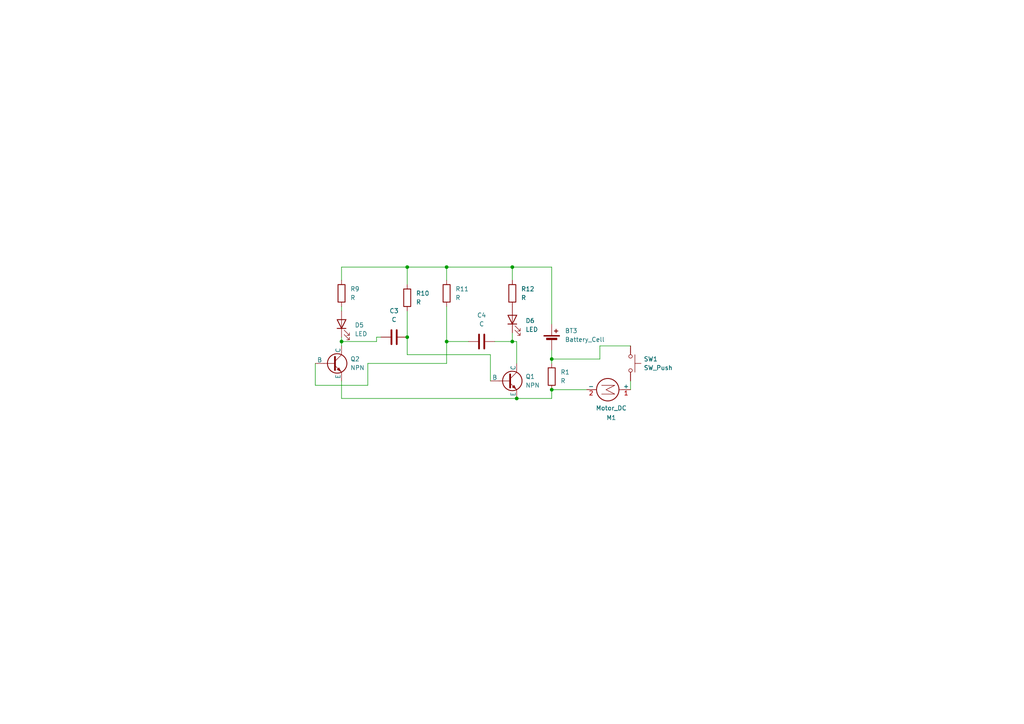
<source format=kicad_sch>
(kicad_sch
	(version 20250114)
	(generator "eeschema")
	(generator_version "9.0")
	(uuid "b8e23f2c-7499-4246-989c-0640b6c6dee9")
	(paper "A4")
	(lib_symbols
		(symbol "Device:Battery_Cell"
			(pin_numbers
				(hide yes)
			)
			(pin_names
				(offset 0)
				(hide yes)
			)
			(exclude_from_sim no)
			(in_bom yes)
			(on_board yes)
			(property "Reference" "BT"
				(at 2.54 2.54 0)
				(effects
					(font
						(size 1.27 1.27)
					)
					(justify left)
				)
			)
			(property "Value" "Battery_Cell"
				(at 2.54 0 0)
				(effects
					(font
						(size 1.27 1.27)
					)
					(justify left)
				)
			)
			(property "Footprint" ""
				(at 0 1.524 90)
				(effects
					(font
						(size 1.27 1.27)
					)
					(hide yes)
				)
			)
			(property "Datasheet" "~"
				(at 0 1.524 90)
				(effects
					(font
						(size 1.27 1.27)
					)
					(hide yes)
				)
			)
			(property "Description" "Single-cell battery"
				(at 0 0 0)
				(effects
					(font
						(size 1.27 1.27)
					)
					(hide yes)
				)
			)
			(property "ki_keywords" "battery cell"
				(at 0 0 0)
				(effects
					(font
						(size 1.27 1.27)
					)
					(hide yes)
				)
			)
			(symbol "Battery_Cell_0_1"
				(rectangle
					(start -2.286 1.778)
					(end 2.286 1.524)
					(stroke
						(width 0)
						(type default)
					)
					(fill
						(type outline)
					)
				)
				(rectangle
					(start -1.524 1.016)
					(end 1.524 0.508)
					(stroke
						(width 0)
						(type default)
					)
					(fill
						(type outline)
					)
				)
				(polyline
					(pts
						(xy 0 1.778) (xy 0 2.54)
					)
					(stroke
						(width 0)
						(type default)
					)
					(fill
						(type none)
					)
				)
				(polyline
					(pts
						(xy 0 0.762) (xy 0 0)
					)
					(stroke
						(width 0)
						(type default)
					)
					(fill
						(type none)
					)
				)
				(polyline
					(pts
						(xy 0.762 3.048) (xy 1.778 3.048)
					)
					(stroke
						(width 0.254)
						(type default)
					)
					(fill
						(type none)
					)
				)
				(polyline
					(pts
						(xy 1.27 3.556) (xy 1.27 2.54)
					)
					(stroke
						(width 0.254)
						(type default)
					)
					(fill
						(type none)
					)
				)
			)
			(symbol "Battery_Cell_1_1"
				(pin passive line
					(at 0 5.08 270)
					(length 2.54)
					(name "+"
						(effects
							(font
								(size 1.27 1.27)
							)
						)
					)
					(number "1"
						(effects
							(font
								(size 1.27 1.27)
							)
						)
					)
				)
				(pin passive line
					(at 0 -2.54 90)
					(length 2.54)
					(name "-"
						(effects
							(font
								(size 1.27 1.27)
							)
						)
					)
					(number "2"
						(effects
							(font
								(size 1.27 1.27)
							)
						)
					)
				)
			)
			(embedded_fonts no)
		)
		(symbol "Device:C"
			(pin_numbers
				(hide yes)
			)
			(pin_names
				(offset 0.254)
			)
			(exclude_from_sim no)
			(in_bom yes)
			(on_board yes)
			(property "Reference" "C"
				(at 0.635 2.54 0)
				(effects
					(font
						(size 1.27 1.27)
					)
					(justify left)
				)
			)
			(property "Value" "C"
				(at 0.635 -2.54 0)
				(effects
					(font
						(size 1.27 1.27)
					)
					(justify left)
				)
			)
			(property "Footprint" ""
				(at 0.9652 -3.81 0)
				(effects
					(font
						(size 1.27 1.27)
					)
					(hide yes)
				)
			)
			(property "Datasheet" "~"
				(at 0 0 0)
				(effects
					(font
						(size 1.27 1.27)
					)
					(hide yes)
				)
			)
			(property "Description" "Unpolarized capacitor"
				(at 0 0 0)
				(effects
					(font
						(size 1.27 1.27)
					)
					(hide yes)
				)
			)
			(property "ki_keywords" "cap capacitor"
				(at 0 0 0)
				(effects
					(font
						(size 1.27 1.27)
					)
					(hide yes)
				)
			)
			(property "ki_fp_filters" "C_*"
				(at 0 0 0)
				(effects
					(font
						(size 1.27 1.27)
					)
					(hide yes)
				)
			)
			(symbol "C_0_1"
				(polyline
					(pts
						(xy -2.032 0.762) (xy 2.032 0.762)
					)
					(stroke
						(width 0.508)
						(type default)
					)
					(fill
						(type none)
					)
				)
				(polyline
					(pts
						(xy -2.032 -0.762) (xy 2.032 -0.762)
					)
					(stroke
						(width 0.508)
						(type default)
					)
					(fill
						(type none)
					)
				)
			)
			(symbol "C_1_1"
				(pin passive line
					(at 0 3.81 270)
					(length 2.794)
					(name "~"
						(effects
							(font
								(size 1.27 1.27)
							)
						)
					)
					(number "1"
						(effects
							(font
								(size 1.27 1.27)
							)
						)
					)
				)
				(pin passive line
					(at 0 -3.81 90)
					(length 2.794)
					(name "~"
						(effects
							(font
								(size 1.27 1.27)
							)
						)
					)
					(number "2"
						(effects
							(font
								(size 1.27 1.27)
							)
						)
					)
				)
			)
			(embedded_fonts no)
		)
		(symbol "Device:LED"
			(pin_numbers
				(hide yes)
			)
			(pin_names
				(offset 1.016)
				(hide yes)
			)
			(exclude_from_sim no)
			(in_bom yes)
			(on_board yes)
			(property "Reference" "D"
				(at 0 2.54 0)
				(effects
					(font
						(size 1.27 1.27)
					)
				)
			)
			(property "Value" "LED"
				(at 0 -2.54 0)
				(effects
					(font
						(size 1.27 1.27)
					)
				)
			)
			(property "Footprint" ""
				(at 0 0 0)
				(effects
					(font
						(size 1.27 1.27)
					)
					(hide yes)
				)
			)
			(property "Datasheet" "~"
				(at 0 0 0)
				(effects
					(font
						(size 1.27 1.27)
					)
					(hide yes)
				)
			)
			(property "Description" "Light emitting diode"
				(at 0 0 0)
				(effects
					(font
						(size 1.27 1.27)
					)
					(hide yes)
				)
			)
			(property "Sim.Pins" "1=K 2=A"
				(at 0 0 0)
				(effects
					(font
						(size 1.27 1.27)
					)
					(hide yes)
				)
			)
			(property "ki_keywords" "LED diode"
				(at 0 0 0)
				(effects
					(font
						(size 1.27 1.27)
					)
					(hide yes)
				)
			)
			(property "ki_fp_filters" "LED* LED_SMD:* LED_THT:*"
				(at 0 0 0)
				(effects
					(font
						(size 1.27 1.27)
					)
					(hide yes)
				)
			)
			(symbol "LED_0_1"
				(polyline
					(pts
						(xy -3.048 -0.762) (xy -4.572 -2.286) (xy -3.81 -2.286) (xy -4.572 -2.286) (xy -4.572 -1.524)
					)
					(stroke
						(width 0)
						(type default)
					)
					(fill
						(type none)
					)
				)
				(polyline
					(pts
						(xy -1.778 -0.762) (xy -3.302 -2.286) (xy -2.54 -2.286) (xy -3.302 -2.286) (xy -3.302 -1.524)
					)
					(stroke
						(width 0)
						(type default)
					)
					(fill
						(type none)
					)
				)
				(polyline
					(pts
						(xy -1.27 0) (xy 1.27 0)
					)
					(stroke
						(width 0)
						(type default)
					)
					(fill
						(type none)
					)
				)
				(polyline
					(pts
						(xy -1.27 -1.27) (xy -1.27 1.27)
					)
					(stroke
						(width 0.254)
						(type default)
					)
					(fill
						(type none)
					)
				)
				(polyline
					(pts
						(xy 1.27 -1.27) (xy 1.27 1.27) (xy -1.27 0) (xy 1.27 -1.27)
					)
					(stroke
						(width 0.254)
						(type default)
					)
					(fill
						(type none)
					)
				)
			)
			(symbol "LED_1_1"
				(pin passive line
					(at -3.81 0 0)
					(length 2.54)
					(name "K"
						(effects
							(font
								(size 1.27 1.27)
							)
						)
					)
					(number "1"
						(effects
							(font
								(size 1.27 1.27)
							)
						)
					)
				)
				(pin passive line
					(at 3.81 0 180)
					(length 2.54)
					(name "A"
						(effects
							(font
								(size 1.27 1.27)
							)
						)
					)
					(number "2"
						(effects
							(font
								(size 1.27 1.27)
							)
						)
					)
				)
			)
			(embedded_fonts no)
		)
		(symbol "Device:R"
			(pin_numbers
				(hide yes)
			)
			(pin_names
				(offset 0)
			)
			(exclude_from_sim no)
			(in_bom yes)
			(on_board yes)
			(property "Reference" "R"
				(at 2.032 0 90)
				(effects
					(font
						(size 1.27 1.27)
					)
				)
			)
			(property "Value" "R"
				(at 0 0 90)
				(effects
					(font
						(size 1.27 1.27)
					)
				)
			)
			(property "Footprint" ""
				(at -1.778 0 90)
				(effects
					(font
						(size 1.27 1.27)
					)
					(hide yes)
				)
			)
			(property "Datasheet" "~"
				(at 0 0 0)
				(effects
					(font
						(size 1.27 1.27)
					)
					(hide yes)
				)
			)
			(property "Description" "Resistor"
				(at 0 0 0)
				(effects
					(font
						(size 1.27 1.27)
					)
					(hide yes)
				)
			)
			(property "ki_keywords" "R res resistor"
				(at 0 0 0)
				(effects
					(font
						(size 1.27 1.27)
					)
					(hide yes)
				)
			)
			(property "ki_fp_filters" "R_*"
				(at 0 0 0)
				(effects
					(font
						(size 1.27 1.27)
					)
					(hide yes)
				)
			)
			(symbol "R_0_1"
				(rectangle
					(start -1.016 -2.54)
					(end 1.016 2.54)
					(stroke
						(width 0.254)
						(type default)
					)
					(fill
						(type none)
					)
				)
			)
			(symbol "R_1_1"
				(pin passive line
					(at 0 3.81 270)
					(length 1.27)
					(name "~"
						(effects
							(font
								(size 1.27 1.27)
							)
						)
					)
					(number "1"
						(effects
							(font
								(size 1.27 1.27)
							)
						)
					)
				)
				(pin passive line
					(at 0 -3.81 90)
					(length 1.27)
					(name "~"
						(effects
							(font
								(size 1.27 1.27)
							)
						)
					)
					(number "2"
						(effects
							(font
								(size 1.27 1.27)
							)
						)
					)
				)
			)
			(embedded_fonts no)
		)
		(symbol "Motor:Motor_DC"
			(pin_names
				(offset 0)
			)
			(exclude_from_sim no)
			(in_bom yes)
			(on_board yes)
			(property "Reference" "M"
				(at 2.54 2.54 0)
				(effects
					(font
						(size 1.27 1.27)
					)
					(justify left)
				)
			)
			(property "Value" "Motor_DC"
				(at 2.54 -5.08 0)
				(effects
					(font
						(size 1.27 1.27)
					)
					(justify left top)
				)
			)
			(property "Footprint" ""
				(at 0 -2.286 0)
				(effects
					(font
						(size 1.27 1.27)
					)
					(hide yes)
				)
			)
			(property "Datasheet" "~"
				(at 0 -2.286 0)
				(effects
					(font
						(size 1.27 1.27)
					)
					(hide yes)
				)
			)
			(property "Description" "DC Motor"
				(at 0 0 0)
				(effects
					(font
						(size 1.27 1.27)
					)
					(hide yes)
				)
			)
			(property "ki_keywords" "DC Motor"
				(at 0 0 0)
				(effects
					(font
						(size 1.27 1.27)
					)
					(hide yes)
				)
			)
			(property "ki_fp_filters" "PinHeader*P2.54mm* TerminalBlock*"
				(at 0 0 0)
				(effects
					(font
						(size 1.27 1.27)
					)
					(hide yes)
				)
			)
			(symbol "Motor_DC_0_0"
				(polyline
					(pts
						(xy -1.27 -3.302) (xy -1.27 0.508) (xy 0 -2.032) (xy 1.27 0.508) (xy 1.27 -3.302)
					)
					(stroke
						(width 0)
						(type default)
					)
					(fill
						(type none)
					)
				)
			)
			(symbol "Motor_DC_0_1"
				(polyline
					(pts
						(xy 0 2.032) (xy 0 2.54)
					)
					(stroke
						(width 0)
						(type default)
					)
					(fill
						(type none)
					)
				)
				(polyline
					(pts
						(xy 0 1.7272) (xy 0 2.0828)
					)
					(stroke
						(width 0)
						(type default)
					)
					(fill
						(type none)
					)
				)
				(circle
					(center 0 -1.524)
					(radius 3.2512)
					(stroke
						(width 0.254)
						(type default)
					)
					(fill
						(type none)
					)
				)
				(polyline
					(pts
						(xy 0 -4.7752) (xy 0 -5.1816)
					)
					(stroke
						(width 0)
						(type default)
					)
					(fill
						(type none)
					)
				)
				(polyline
					(pts
						(xy 0 -7.62) (xy 0 -7.112)
					)
					(stroke
						(width 0)
						(type default)
					)
					(fill
						(type none)
					)
				)
			)
			(symbol "Motor_DC_1_1"
				(pin passive line
					(at 0 5.08 270)
					(length 2.54)
					(name "+"
						(effects
							(font
								(size 1.27 1.27)
							)
						)
					)
					(number "1"
						(effects
							(font
								(size 1.27 1.27)
							)
						)
					)
				)
				(pin passive line
					(at 0 -7.62 90)
					(length 2.54)
					(name "-"
						(effects
							(font
								(size 1.27 1.27)
							)
						)
					)
					(number "2"
						(effects
							(font
								(size 1.27 1.27)
							)
						)
					)
				)
			)
			(embedded_fonts no)
		)
		(symbol "Simulation_SPICE:NPN"
			(pin_numbers
				(hide yes)
			)
			(pin_names
				(offset 0)
			)
			(exclude_from_sim no)
			(in_bom yes)
			(on_board yes)
			(property "Reference" "Q"
				(at -2.54 7.62 0)
				(effects
					(font
						(size 1.27 1.27)
					)
				)
			)
			(property "Value" "NPN"
				(at -2.54 5.08 0)
				(effects
					(font
						(size 1.27 1.27)
					)
				)
			)
			(property "Footprint" ""
				(at 63.5 0 0)
				(effects
					(font
						(size 1.27 1.27)
					)
					(hide yes)
				)
			)
			(property "Datasheet" "https://ngspice.sourceforge.io/docs/ngspice-html-manual/manual.xhtml#cha_BJTs"
				(at 63.5 0 0)
				(effects
					(font
						(size 1.27 1.27)
					)
					(hide yes)
				)
			)
			(property "Description" "Bipolar transistor symbol for simulation only, substrate tied to the emitter"
				(at 0 0 0)
				(effects
					(font
						(size 1.27 1.27)
					)
					(hide yes)
				)
			)
			(property "Sim.Device" "NPN"
				(at 0 0 0)
				(effects
					(font
						(size 1.27 1.27)
					)
					(hide yes)
				)
			)
			(property "Sim.Type" "GUMMELPOON"
				(at 0 0 0)
				(effects
					(font
						(size 1.27 1.27)
					)
					(hide yes)
				)
			)
			(property "Sim.Pins" "1=C 2=B 3=E"
				(at 0 0 0)
				(effects
					(font
						(size 1.27 1.27)
					)
					(hide yes)
				)
			)
			(property "ki_keywords" "simulation"
				(at 0 0 0)
				(effects
					(font
						(size 1.27 1.27)
					)
					(hide yes)
				)
			)
			(symbol "NPN_0_1"
				(polyline
					(pts
						(xy -2.54 0) (xy 0.635 0)
					)
					(stroke
						(width 0.1524)
						(type default)
					)
					(fill
						(type none)
					)
				)
				(polyline
					(pts
						(xy 0.635 1.905) (xy 0.635 -1.905) (xy 0.635 -1.905)
					)
					(stroke
						(width 0.508)
						(type default)
					)
					(fill
						(type none)
					)
				)
				(polyline
					(pts
						(xy 0.635 0.635) (xy 2.54 2.54)
					)
					(stroke
						(width 0)
						(type default)
					)
					(fill
						(type none)
					)
				)
				(polyline
					(pts
						(xy 0.635 -0.635) (xy 2.54 -2.54) (xy 2.54 -2.54)
					)
					(stroke
						(width 0)
						(type default)
					)
					(fill
						(type none)
					)
				)
				(circle
					(center 1.27 0)
					(radius 2.8194)
					(stroke
						(width 0.254)
						(type default)
					)
					(fill
						(type none)
					)
				)
				(polyline
					(pts
						(xy 1.27 -1.778) (xy 1.778 -1.27) (xy 2.286 -2.286) (xy 1.27 -1.778) (xy 1.27 -1.778)
					)
					(stroke
						(width 0)
						(type default)
					)
					(fill
						(type outline)
					)
				)
				(polyline
					(pts
						(xy 2.794 -1.27) (xy 2.794 -1.27)
					)
					(stroke
						(width 0.1524)
						(type default)
					)
					(fill
						(type none)
					)
				)
				(polyline
					(pts
						(xy 2.794 -1.27) (xy 2.794 -1.27)
					)
					(stroke
						(width 0.1524)
						(type default)
					)
					(fill
						(type none)
					)
				)
			)
			(symbol "NPN_1_1"
				(pin input line
					(at -5.08 0 0)
					(length 2.54)
					(name "B"
						(effects
							(font
								(size 1.27 1.27)
							)
						)
					)
					(number "2"
						(effects
							(font
								(size 1.27 1.27)
							)
						)
					)
				)
				(pin open_collector line
					(at 2.54 5.08 270)
					(length 2.54)
					(name "C"
						(effects
							(font
								(size 1.27 1.27)
							)
						)
					)
					(number "1"
						(effects
							(font
								(size 1.27 1.27)
							)
						)
					)
				)
				(pin open_emitter line
					(at 2.54 -5.08 90)
					(length 2.54)
					(name "E"
						(effects
							(font
								(size 1.27 1.27)
							)
						)
					)
					(number "3"
						(effects
							(font
								(size 1.27 1.27)
							)
						)
					)
				)
			)
			(embedded_fonts no)
		)
		(symbol "Switch:SW_Push"
			(pin_numbers
				(hide yes)
			)
			(pin_names
				(offset 1.016)
				(hide yes)
			)
			(exclude_from_sim no)
			(in_bom yes)
			(on_board yes)
			(property "Reference" "SW"
				(at 1.27 2.54 0)
				(effects
					(font
						(size 1.27 1.27)
					)
					(justify left)
				)
			)
			(property "Value" "SW_Push"
				(at 0 -1.524 0)
				(effects
					(font
						(size 1.27 1.27)
					)
				)
			)
			(property "Footprint" ""
				(at 0 5.08 0)
				(effects
					(font
						(size 1.27 1.27)
					)
					(hide yes)
				)
			)
			(property "Datasheet" "~"
				(at 0 5.08 0)
				(effects
					(font
						(size 1.27 1.27)
					)
					(hide yes)
				)
			)
			(property "Description" "Push button switch, generic, two pins"
				(at 0 0 0)
				(effects
					(font
						(size 1.27 1.27)
					)
					(hide yes)
				)
			)
			(property "ki_keywords" "switch normally-open pushbutton push-button"
				(at 0 0 0)
				(effects
					(font
						(size 1.27 1.27)
					)
					(hide yes)
				)
			)
			(symbol "SW_Push_0_1"
				(circle
					(center -2.032 0)
					(radius 0.508)
					(stroke
						(width 0)
						(type default)
					)
					(fill
						(type none)
					)
				)
				(polyline
					(pts
						(xy 0 1.27) (xy 0 3.048)
					)
					(stroke
						(width 0)
						(type default)
					)
					(fill
						(type none)
					)
				)
				(circle
					(center 2.032 0)
					(radius 0.508)
					(stroke
						(width 0)
						(type default)
					)
					(fill
						(type none)
					)
				)
				(polyline
					(pts
						(xy 2.54 1.27) (xy -2.54 1.27)
					)
					(stroke
						(width 0)
						(type default)
					)
					(fill
						(type none)
					)
				)
				(pin passive line
					(at -5.08 0 0)
					(length 2.54)
					(name "1"
						(effects
							(font
								(size 1.27 1.27)
							)
						)
					)
					(number "1"
						(effects
							(font
								(size 1.27 1.27)
							)
						)
					)
				)
				(pin passive line
					(at 5.08 0 180)
					(length 2.54)
					(name "2"
						(effects
							(font
								(size 1.27 1.27)
							)
						)
					)
					(number "2"
						(effects
							(font
								(size 1.27 1.27)
							)
						)
					)
				)
			)
			(embedded_fonts no)
		)
	)
	(junction
		(at 118.11 77.47)
		(diameter 0)
		(color 0 0 0 0)
		(uuid "02c2aa1a-99fa-406f-a235-c9531435b583")
	)
	(junction
		(at 129.54 77.47)
		(diameter 0)
		(color 0 0 0 0)
		(uuid "0aea4eab-298e-44b0-9452-b2da3aa82559")
	)
	(junction
		(at 149.86 115.57)
		(diameter 0)
		(color 0 0 0 0)
		(uuid "328d94c7-c77e-487b-95dd-b0bcaafdb463")
	)
	(junction
		(at 129.54 99.06)
		(diameter 0)
		(color 0 0 0 0)
		(uuid "346c20e5-ce8f-4855-9354-f135cdfba8a0")
	)
	(junction
		(at 160.02 104.14)
		(diameter 0)
		(color 0 0 0 0)
		(uuid "4a0977a9-dbe4-4767-9725-8aec0129fa41")
	)
	(junction
		(at 148.59 77.47)
		(diameter 0)
		(color 0 0 0 0)
		(uuid "7cdcba1d-f4f4-4e91-9241-de3a2b3330e1")
	)
	(junction
		(at 160.02 113.03)
		(diameter 0)
		(color 0 0 0 0)
		(uuid "a7396c21-f393-426e-a1ca-b04424d6a4da")
	)
	(junction
		(at 118.11 97.79)
		(diameter 0)
		(color 0 0 0 0)
		(uuid "b17ca307-9c33-4517-99c2-70431119eaab")
	)
	(junction
		(at 148.59 99.06)
		(diameter 0)
		(color 0 0 0 0)
		(uuid "d7be0072-51e2-4379-a8f0-c710d16fa711")
	)
	(junction
		(at 99.06 99.06)
		(diameter 0)
		(color 0 0 0 0)
		(uuid "e3cf63f7-6c86-41cc-8a7d-911588753bf3")
	)
	(wire
		(pts
			(xy 173.99 100.33) (xy 173.99 104.14)
		)
		(stroke
			(width 0)
			(type default)
		)
		(uuid "01484d4c-023c-4fc3-a5e8-4d18802feacc")
	)
	(wire
		(pts
			(xy 99.06 115.57) (xy 149.86 115.57)
		)
		(stroke
			(width 0)
			(type default)
		)
		(uuid "022b002f-b2d8-42fe-9df0-be671b3b36e1")
	)
	(wire
		(pts
			(xy 142.24 102.87) (xy 142.24 110.49)
		)
		(stroke
			(width 0)
			(type default)
		)
		(uuid "0b1c8568-6e2b-4ca8-b76f-4e42ee271b6c")
	)
	(wire
		(pts
			(xy 160.02 104.14) (xy 160.02 105.41)
		)
		(stroke
			(width 0)
			(type default)
		)
		(uuid "1dbdc6e1-6c56-45e2-930d-10c06bf4e083")
	)
	(wire
		(pts
			(xy 118.11 97.79) (xy 118.11 102.87)
		)
		(stroke
			(width 0)
			(type default)
		)
		(uuid "21e23e04-8b05-405e-9572-b70a99590b8a")
	)
	(wire
		(pts
			(xy 149.86 115.57) (xy 160.02 115.57)
		)
		(stroke
			(width 0)
			(type default)
		)
		(uuid "270917c4-d18e-47dd-8197-8183227160eb")
	)
	(wire
		(pts
			(xy 99.06 88.9) (xy 99.06 90.17)
		)
		(stroke
			(width 0)
			(type default)
		)
		(uuid "3eb5b162-c49f-45a0-9655-1d557f5f5423")
	)
	(wire
		(pts
			(xy 182.88 113.03) (xy 182.88 110.49)
		)
		(stroke
			(width 0)
			(type default)
		)
		(uuid "5a0c4875-6b55-46a9-ba1e-81bbe01ea0b8")
	)
	(wire
		(pts
			(xy 106.68 105.41) (xy 106.68 111.76)
		)
		(stroke
			(width 0)
			(type default)
		)
		(uuid "5a50fac3-98a6-446a-8073-75e377b1924b")
	)
	(wire
		(pts
			(xy 129.54 81.28) (xy 129.54 77.47)
		)
		(stroke
			(width 0)
			(type default)
		)
		(uuid "5bae6689-7e33-47d4-bb9e-13c7c64b9dd1")
	)
	(wire
		(pts
			(xy 99.06 99.06) (xy 99.06 100.33)
		)
		(stroke
			(width 0)
			(type default)
		)
		(uuid "66578ca6-3daf-4687-8d69-67e44fb0f282")
	)
	(wire
		(pts
			(xy 160.02 93.98) (xy 160.02 77.47)
		)
		(stroke
			(width 0)
			(type default)
		)
		(uuid "667fc4c8-a53e-46bf-874e-270dcb8edef8")
	)
	(wire
		(pts
			(xy 99.06 77.47) (xy 99.06 81.28)
		)
		(stroke
			(width 0)
			(type default)
		)
		(uuid "6a7a6ecd-8752-4db1-a683-b317a0ce4b54")
	)
	(wire
		(pts
			(xy 99.06 99.06) (xy 109.22 99.06)
		)
		(stroke
			(width 0)
			(type default)
		)
		(uuid "6e526a6e-0654-46dc-ab3d-27d59b48b454")
	)
	(wire
		(pts
			(xy 129.54 99.06) (xy 129.54 105.41)
		)
		(stroke
			(width 0)
			(type default)
		)
		(uuid "6f2a2d4c-c79c-43ab-8bac-6dded59bddb5")
	)
	(wire
		(pts
			(xy 118.11 102.87) (xy 142.24 102.87)
		)
		(stroke
			(width 0)
			(type default)
		)
		(uuid "702175ec-5f6f-4f16-9e00-ef94364504c8")
	)
	(wire
		(pts
			(xy 160.02 113.03) (xy 170.18 113.03)
		)
		(stroke
			(width 0)
			(type default)
		)
		(uuid "7bb9dd34-a07a-4e26-a04f-b4feeae26265")
	)
	(wire
		(pts
			(xy 109.22 97.79) (xy 109.22 99.06)
		)
		(stroke
			(width 0)
			(type default)
		)
		(uuid "80bb19f6-f75c-489b-a9d6-7c1235451799")
	)
	(wire
		(pts
			(xy 160.02 104.14) (xy 173.99 104.14)
		)
		(stroke
			(width 0)
			(type default)
		)
		(uuid "850b7c39-c0ca-4b9b-8315-17df4db42dc7")
	)
	(wire
		(pts
			(xy 91.44 111.76) (xy 91.44 105.41)
		)
		(stroke
			(width 0)
			(type default)
		)
		(uuid "94d539c3-ad48-449f-9bb0-83f691a3d27a")
	)
	(wire
		(pts
			(xy 149.86 99.06) (xy 148.59 99.06)
		)
		(stroke
			(width 0)
			(type default)
		)
		(uuid "98b1b5b9-b5a9-41b5-ae4c-499c1f08dd45")
	)
	(wire
		(pts
			(xy 149.86 99.06) (xy 149.86 105.41)
		)
		(stroke
			(width 0)
			(type default)
		)
		(uuid "9a8aab5b-78df-4c94-ab78-5198853deafb")
	)
	(wire
		(pts
			(xy 118.11 90.17) (xy 118.11 97.79)
		)
		(stroke
			(width 0)
			(type default)
		)
		(uuid "9b791d12-e666-42da-b18e-cf0af8fd327d")
	)
	(wire
		(pts
			(xy 160.02 104.14) (xy 160.02 101.6)
		)
		(stroke
			(width 0)
			(type default)
		)
		(uuid "9e103a01-3850-4402-b54a-c425698b05cb")
	)
	(wire
		(pts
			(xy 118.11 77.47) (xy 99.06 77.47)
		)
		(stroke
			(width 0)
			(type default)
		)
		(uuid "a33f4414-b632-41a5-9497-d68faa2c901f")
	)
	(wire
		(pts
			(xy 106.68 111.76) (xy 91.44 111.76)
		)
		(stroke
			(width 0)
			(type default)
		)
		(uuid "a3a16b19-a12e-4896-a5cc-80b4de9f515e")
	)
	(wire
		(pts
			(xy 118.11 77.47) (xy 118.11 82.55)
		)
		(stroke
			(width 0)
			(type default)
		)
		(uuid "b687cd53-4aa2-4028-9ed4-130d49bc4ff8")
	)
	(wire
		(pts
			(xy 148.59 77.47) (xy 129.54 77.47)
		)
		(stroke
			(width 0)
			(type default)
		)
		(uuid "b9b07b6a-8573-47f4-a392-ea39821ce08c")
	)
	(wire
		(pts
			(xy 148.59 96.52) (xy 148.59 99.06)
		)
		(stroke
			(width 0)
			(type default)
		)
		(uuid "bc060c84-133a-48f7-902c-988ad30afcca")
	)
	(wire
		(pts
			(xy 129.54 88.9) (xy 129.54 99.06)
		)
		(stroke
			(width 0)
			(type default)
		)
		(uuid "be6438df-6e19-4d50-b962-5ed67d6ed2cb")
	)
	(wire
		(pts
			(xy 160.02 77.47) (xy 148.59 77.47)
		)
		(stroke
			(width 0)
			(type default)
		)
		(uuid "c1944ecc-aad4-4d28-a0f5-64aab7bbef54")
	)
	(wire
		(pts
			(xy 109.22 97.79) (xy 110.49 97.79)
		)
		(stroke
			(width 0)
			(type default)
		)
		(uuid "c68354d0-1768-45ff-b729-494dbf3aa860")
	)
	(wire
		(pts
			(xy 143.51 99.06) (xy 148.59 99.06)
		)
		(stroke
			(width 0)
			(type default)
		)
		(uuid "c94b9f89-e76d-44a9-9c02-2b7e31bb00c8")
	)
	(wire
		(pts
			(xy 129.54 77.47) (xy 118.11 77.47)
		)
		(stroke
			(width 0)
			(type default)
		)
		(uuid "cddbf56e-5e79-400c-ad5d-174e21a83fcd")
	)
	(wire
		(pts
			(xy 99.06 110.49) (xy 99.06 115.57)
		)
		(stroke
			(width 0)
			(type default)
		)
		(uuid "d7fd1941-b854-45f1-850f-bf16adb73a5d")
	)
	(wire
		(pts
			(xy 106.68 105.41) (xy 129.54 105.41)
		)
		(stroke
			(width 0)
			(type default)
		)
		(uuid "e9c87ccd-cc53-4e0a-b75e-d879bd23a8e2")
	)
	(wire
		(pts
			(xy 148.59 77.47) (xy 148.59 81.28)
		)
		(stroke
			(width 0)
			(type default)
		)
		(uuid "ef31d9b9-39ce-43a5-a07d-ef7151d8373d")
	)
	(wire
		(pts
			(xy 129.54 99.06) (xy 135.89 99.06)
		)
		(stroke
			(width 0)
			(type default)
		)
		(uuid "f5ae1fe0-01fa-43da-a3e5-fdd0cbf8c1f7")
	)
	(wire
		(pts
			(xy 182.88 100.33) (xy 173.99 100.33)
		)
		(stroke
			(width 0)
			(type default)
		)
		(uuid "f5df0265-066d-48af-8875-5e4f10ab06f0")
	)
	(wire
		(pts
			(xy 160.02 115.57) (xy 160.02 113.03)
		)
		(stroke
			(width 0)
			(type default)
		)
		(uuid "fb731f1e-bc1a-40bc-b405-605e4ebf3615")
	)
	(wire
		(pts
			(xy 99.06 97.79) (xy 99.06 99.06)
		)
		(stroke
			(width 0)
			(type default)
		)
		(uuid "fd0b3f5f-a184-4b61-84fe-c2458a8acdee")
	)
	(symbol
		(lib_id "Device:R")
		(at 129.54 85.09 0)
		(unit 1)
		(exclude_from_sim no)
		(in_bom yes)
		(on_board yes)
		(dnp no)
		(fields_autoplaced yes)
		(uuid "0b3e4184-213b-4e83-a193-3c6b2938c30a")
		(property "Reference" "R11"
			(at 132.08 83.8199 0)
			(effects
				(font
					(size 1.27 1.27)
				)
				(justify left)
			)
		)
		(property "Value" "R"
			(at 132.08 86.3599 0)
			(effects
				(font
					(size 1.27 1.27)
				)
				(justify left)
			)
		)
		(property "Footprint" "Resistor_THT:R_Axial_DIN0207_L6.3mm_D2.5mm_P7.62mm_Horizontal"
			(at 127.762 85.09 90)
			(effects
				(font
					(size 1.27 1.27)
				)
				(hide yes)
			)
		)
		(property "Datasheet" "~"
			(at 129.54 85.09 0)
			(effects
				(font
					(size 1.27 1.27)
				)
				(hide yes)
			)
		)
		(property "Description" "Resistor"
			(at 129.54 85.09 0)
			(effects
				(font
					(size 1.27 1.27)
				)
				(hide yes)
			)
		)
		(pin "2"
			(uuid "172c3947-f295-44a5-bf42-aa37c73cb8b0")
		)
		(pin "1"
			(uuid "f45d8593-6c07-488e-bee7-a95d218b65cf")
		)
		(instances
			(project ""
				(path "/b8e23f2c-7499-4246-989c-0640b6c6dee9"
					(reference "R11")
					(unit 1)
				)
			)
		)
	)
	(symbol
		(lib_id "Motor:Motor_DC")
		(at 177.8 113.03 270)
		(unit 1)
		(exclude_from_sim no)
		(in_bom yes)
		(on_board yes)
		(dnp no)
		(uuid "12c9ab64-5f58-4712-adfa-fcb81842663c")
		(property "Reference" "M1"
			(at 177.292 121.158 90)
			(effects
				(font
					(size 1.27 1.27)
				)
			)
		)
		(property "Value" "Motor_DC"
			(at 177.292 118.364 90)
			(effects
				(font
					(size 1.27 1.27)
				)
			)
		)
		(property "Footprint" "Connector_PinHeader_2.54mm:PinHeader_1x02_P2.54mm_Vertical"
			(at 175.514 113.03 0)
			(effects
				(font
					(size 1.27 1.27)
				)
				(hide yes)
			)
		)
		(property "Datasheet" "~"
			(at 175.514 113.03 0)
			(effects
				(font
					(size 1.27 1.27)
				)
				(hide yes)
			)
		)
		(property "Description" "DC Motor"
			(at 177.8 113.03 0)
			(effects
				(font
					(size 1.27 1.27)
				)
				(hide yes)
			)
		)
		(pin "2"
			(uuid "e822c9b3-9058-4b93-961d-a38562eccdd0")
		)
		(pin "1"
			(uuid "a6ce21ac-ba47-472e-8137-2b74b6c48049")
		)
		(instances
			(project ""
				(path "/b8e23f2c-7499-4246-989c-0640b6c6dee9"
					(reference "M1")
					(unit 1)
				)
			)
		)
	)
	(symbol
		(lib_id "Device:R")
		(at 160.02 109.22 0)
		(unit 1)
		(exclude_from_sim no)
		(in_bom yes)
		(on_board yes)
		(dnp no)
		(fields_autoplaced yes)
		(uuid "18efdbb6-8c81-4ab6-9db2-41eaf2969876")
		(property "Reference" "R1"
			(at 162.56 107.9499 0)
			(effects
				(font
					(size 1.27 1.27)
				)
				(justify left)
			)
		)
		(property "Value" "R"
			(at 162.56 110.4899 0)
			(effects
				(font
					(size 1.27 1.27)
				)
				(justify left)
			)
		)
		(property "Footprint" "Resistor_THT:R_Axial_DIN0207_L6.3mm_D2.5mm_P7.62mm_Horizontal"
			(at 158.242 109.22 90)
			(effects
				(font
					(size 1.27 1.27)
				)
				(hide yes)
			)
		)
		(property "Datasheet" "~"
			(at 160.02 109.22 0)
			(effects
				(font
					(size 1.27 1.27)
				)
				(hide yes)
			)
		)
		(property "Description" "Resistor"
			(at 160.02 109.22 0)
			(effects
				(font
					(size 1.27 1.27)
				)
				(hide yes)
			)
		)
		(pin "1"
			(uuid "f30ce46a-6e5b-46e5-b478-b91b26435034")
		)
		(pin "2"
			(uuid "855bc9a6-64c5-4d68-971a-96afec3fce6b")
		)
		(instances
			(project ""
				(path "/b8e23f2c-7499-4246-989c-0640b6c6dee9"
					(reference "R1")
					(unit 1)
				)
			)
		)
	)
	(symbol
		(lib_id "Device:C")
		(at 139.7 99.06 90)
		(unit 1)
		(exclude_from_sim no)
		(in_bom yes)
		(on_board yes)
		(dnp no)
		(fields_autoplaced yes)
		(uuid "19a6a527-c7c1-4acd-bfca-1e08c71002fd")
		(property "Reference" "C4"
			(at 139.7 91.44 90)
			(effects
				(font
					(size 1.27 1.27)
				)
			)
		)
		(property "Value" "C"
			(at 139.7 93.98 90)
			(effects
				(font
					(size 1.27 1.27)
				)
			)
		)
		(property "Footprint" "Capacitor_THT:CP_Radial_D8.0mm_P5.00mm"
			(at 143.51 98.0948 0)
			(effects
				(font
					(size 1.27 1.27)
				)
				(hide yes)
			)
		)
		(property "Datasheet" "~"
			(at 139.7 99.06 0)
			(effects
				(font
					(size 1.27 1.27)
				)
				(hide yes)
			)
		)
		(property "Description" "Unpolarized capacitor"
			(at 139.7 99.06 0)
			(effects
				(font
					(size 1.27 1.27)
				)
				(hide yes)
			)
		)
		(pin "2"
			(uuid "a2c5ddab-00e3-458e-9025-6ee4bb3164c4")
		)
		(pin "1"
			(uuid "7f393fce-10f1-4be5-a375-751583c26a60")
		)
		(instances
			(project ""
				(path "/b8e23f2c-7499-4246-989c-0640b6c6dee9"
					(reference "C4")
					(unit 1)
				)
			)
		)
	)
	(symbol
		(lib_id "Device:Battery_Cell")
		(at 160.02 99.06 0)
		(unit 1)
		(exclude_from_sim no)
		(in_bom yes)
		(on_board yes)
		(dnp no)
		(fields_autoplaced yes)
		(uuid "321b0485-a8a8-4d3a-8b7c-1f81aa5e38c6")
		(property "Reference" "BT3"
			(at 163.83 95.9484 0)
			(effects
				(font
					(size 1.27 1.27)
				)
				(justify left)
			)
		)
		(property "Value" "Battery_Cell"
			(at 163.83 98.4884 0)
			(effects
				(font
					(size 1.27 1.27)
				)
				(justify left)
			)
		)
		(property "Footprint" "Battery:BatteryHolder_Keystone_3034_1x20mm"
			(at 160.02 97.536 90)
			(effects
				(font
					(size 1.27 1.27)
				)
				(hide yes)
			)
		)
		(property "Datasheet" "~"
			(at 160.02 97.536 90)
			(effects
				(font
					(size 1.27 1.27)
				)
				(hide yes)
			)
		)
		(property "Description" "Single-cell battery"
			(at 160.02 99.06 0)
			(effects
				(font
					(size 1.27 1.27)
				)
				(hide yes)
			)
		)
		(pin "2"
			(uuid "d1bad68f-9320-4e3a-933c-a4d8bc7307e7")
		)
		(pin "1"
			(uuid "a66f85e7-dd15-4b7c-bd4e-58ec593720c4")
		)
		(instances
			(project ""
				(path "/b8e23f2c-7499-4246-989c-0640b6c6dee9"
					(reference "BT3")
					(unit 1)
				)
			)
		)
	)
	(symbol
		(lib_id "Device:R")
		(at 148.59 85.09 0)
		(unit 1)
		(exclude_from_sim no)
		(in_bom yes)
		(on_board yes)
		(dnp no)
		(fields_autoplaced yes)
		(uuid "43cc1579-9b60-4f51-9072-af3e7fb01aa1")
		(property "Reference" "R12"
			(at 151.13 83.8199 0)
			(effects
				(font
					(size 1.27 1.27)
				)
				(justify left)
			)
		)
		(property "Value" "R"
			(at 151.13 86.3599 0)
			(effects
				(font
					(size 1.27 1.27)
				)
				(justify left)
			)
		)
		(property "Footprint" "Resistor_THT:R_Axial_DIN0207_L6.3mm_D2.5mm_P7.62mm_Horizontal"
			(at 146.812 85.09 90)
			(effects
				(font
					(size 1.27 1.27)
				)
				(hide yes)
			)
		)
		(property "Datasheet" "~"
			(at 148.59 85.09 0)
			(effects
				(font
					(size 1.27 1.27)
				)
				(hide yes)
			)
		)
		(property "Description" "Resistor"
			(at 148.59 85.09 0)
			(effects
				(font
					(size 1.27 1.27)
				)
				(hide yes)
			)
		)
		(pin "1"
			(uuid "861cf126-fee1-497b-818c-9423dd8628f8")
		)
		(pin "2"
			(uuid "850a29d1-600f-4637-92aa-c799c102c3db")
		)
		(instances
			(project ""
				(path "/b8e23f2c-7499-4246-989c-0640b6c6dee9"
					(reference "R12")
					(unit 1)
				)
			)
		)
	)
	(symbol
		(lib_id "Device:R")
		(at 99.06 85.09 0)
		(unit 1)
		(exclude_from_sim no)
		(in_bom yes)
		(on_board yes)
		(dnp no)
		(fields_autoplaced yes)
		(uuid "52592bb3-f663-49ed-bc7f-7d78018d6e5f")
		(property "Reference" "R9"
			(at 101.6 83.8199 0)
			(effects
				(font
					(size 1.27 1.27)
				)
				(justify left)
			)
		)
		(property "Value" "R"
			(at 101.6 86.3599 0)
			(effects
				(font
					(size 1.27 1.27)
				)
				(justify left)
			)
		)
		(property "Footprint" "Resistor_THT:R_Axial_DIN0207_L6.3mm_D2.5mm_P7.62mm_Horizontal"
			(at 97.282 85.09 90)
			(effects
				(font
					(size 1.27 1.27)
				)
				(hide yes)
			)
		)
		(property "Datasheet" "~"
			(at 99.06 85.09 0)
			(effects
				(font
					(size 1.27 1.27)
				)
				(hide yes)
			)
		)
		(property "Description" "Resistor"
			(at 99.06 85.09 0)
			(effects
				(font
					(size 1.27 1.27)
				)
				(hide yes)
			)
		)
		(pin "2"
			(uuid "621e589e-26a7-42bb-8785-05f8f5079afe")
		)
		(pin "1"
			(uuid "0c083aaa-734a-497e-abb1-24b79ef29010")
		)
		(instances
			(project ""
				(path "/b8e23f2c-7499-4246-989c-0640b6c6dee9"
					(reference "R9")
					(unit 1)
				)
			)
		)
	)
	(symbol
		(lib_id "Switch:SW_Push")
		(at 182.88 105.41 270)
		(unit 1)
		(exclude_from_sim no)
		(in_bom yes)
		(on_board yes)
		(dnp no)
		(fields_autoplaced yes)
		(uuid "6045d814-0108-4b84-a160-e405a4905138")
		(property "Reference" "SW1"
			(at 186.69 104.1399 90)
			(effects
				(font
					(size 1.27 1.27)
				)
				(justify left)
			)
		)
		(property "Value" "SW_Push"
			(at 186.69 106.6799 90)
			(effects
				(font
					(size 1.27 1.27)
				)
				(justify left)
			)
		)
		(property "Footprint" "Button_Switch_THT:SW_PUSH_6mm"
			(at 187.96 105.41 0)
			(effects
				(font
					(size 1.27 1.27)
				)
				(hide yes)
			)
		)
		(property "Datasheet" "~"
			(at 187.96 105.41 0)
			(effects
				(font
					(size 1.27 1.27)
				)
				(hide yes)
			)
		)
		(property "Description" "Push button switch, generic, two pins"
			(at 182.88 105.41 0)
			(effects
				(font
					(size 1.27 1.27)
				)
				(hide yes)
			)
		)
		(pin "1"
			(uuid "50d569a9-c71e-481c-828d-a32da6a5a29f")
		)
		(pin "2"
			(uuid "1c3c2aff-9521-4ba8-9cbb-a8ede9a104f2")
		)
		(instances
			(project ""
				(path "/b8e23f2c-7499-4246-989c-0640b6c6dee9"
					(reference "SW1")
					(unit 1)
				)
			)
		)
	)
	(symbol
		(lib_id "Device:R")
		(at 118.11 86.36 0)
		(unit 1)
		(exclude_from_sim no)
		(in_bom yes)
		(on_board yes)
		(dnp no)
		(fields_autoplaced yes)
		(uuid "794dfd76-857f-49ab-bf94-4b812fad88ac")
		(property "Reference" "R10"
			(at 120.65 85.0899 0)
			(effects
				(font
					(size 1.27 1.27)
				)
				(justify left)
			)
		)
		(property "Value" "R"
			(at 120.65 87.6299 0)
			(effects
				(font
					(size 1.27 1.27)
				)
				(justify left)
			)
		)
		(property "Footprint" "Resistor_THT:R_Axial_DIN0207_L6.3mm_D2.5mm_P7.62mm_Horizontal"
			(at 116.332 86.36 90)
			(effects
				(font
					(size 1.27 1.27)
				)
				(hide yes)
			)
		)
		(property "Datasheet" "~"
			(at 118.11 86.36 0)
			(effects
				(font
					(size 1.27 1.27)
				)
				(hide yes)
			)
		)
		(property "Description" "Resistor"
			(at 118.11 86.36 0)
			(effects
				(font
					(size 1.27 1.27)
				)
				(hide yes)
			)
		)
		(pin "1"
			(uuid "3d27c03e-468a-4dbe-b479-d07f6280cfc6")
		)
		(pin "2"
			(uuid "aa09a73e-b494-4ad2-aa7c-62cf52eddc03")
		)
		(instances
			(project ""
				(path "/b8e23f2c-7499-4246-989c-0640b6c6dee9"
					(reference "R10")
					(unit 1)
				)
			)
		)
	)
	(symbol
		(lib_id "Device:C")
		(at 114.3 97.79 90)
		(unit 1)
		(exclude_from_sim no)
		(in_bom yes)
		(on_board yes)
		(dnp no)
		(fields_autoplaced yes)
		(uuid "802ff0d9-3605-4c6a-96c5-434bca93a5fe")
		(property "Reference" "C3"
			(at 114.3 90.17 90)
			(effects
				(font
					(size 1.27 1.27)
				)
			)
		)
		(property "Value" "C"
			(at 114.3 92.71 90)
			(effects
				(font
					(size 1.27 1.27)
				)
			)
		)
		(property "Footprint" "Capacitor_THT:CP_Radial_D8.0mm_P5.00mm"
			(at 118.11 96.8248 0)
			(effects
				(font
					(size 1.27 1.27)
				)
				(hide yes)
			)
		)
		(property "Datasheet" "~"
			(at 114.3 97.79 0)
			(effects
				(font
					(size 1.27 1.27)
				)
				(hide yes)
			)
		)
		(property "Description" "Unpolarized capacitor"
			(at 114.3 97.79 0)
			(effects
				(font
					(size 1.27 1.27)
				)
				(hide yes)
			)
		)
		(pin "1"
			(uuid "82601069-ddec-48db-8959-1a3a16689a40")
		)
		(pin "2"
			(uuid "b33ed2e6-cd63-4285-9634-8924673bac57")
		)
		(instances
			(project ""
				(path "/b8e23f2c-7499-4246-989c-0640b6c6dee9"
					(reference "C3")
					(unit 1)
				)
			)
		)
	)
	(symbol
		(lib_id "Simulation_SPICE:NPN")
		(at 147.32 110.49 0)
		(unit 1)
		(exclude_from_sim no)
		(in_bom yes)
		(on_board yes)
		(dnp no)
		(fields_autoplaced yes)
		(uuid "b382a7d4-eda6-43f1-84a2-2678952c69b0")
		(property "Reference" "Q1"
			(at 152.4 109.2199 0)
			(effects
				(font
					(size 1.27 1.27)
				)
				(justify left)
			)
		)
		(property "Value" "NPN"
			(at 152.4 111.7599 0)
			(effects
				(font
					(size 1.27 1.27)
				)
				(justify left)
			)
		)
		(property "Footprint" "Package_TO_SOT_THT:TO-92L_HandSolder"
			(at 210.82 110.49 0)
			(effects
				(font
					(size 1.27 1.27)
				)
				(hide yes)
			)
		)
		(property "Datasheet" "https://ngspice.sourceforge.io/docs/ngspice-html-manual/manual.xhtml#cha_BJTs"
			(at 210.82 110.49 0)
			(effects
				(font
					(size 1.27 1.27)
				)
				(hide yes)
			)
		)
		(property "Description" "Bipolar transistor symbol for simulation only, substrate tied to the emitter"
			(at 147.32 110.49 0)
			(effects
				(font
					(size 1.27 1.27)
				)
				(hide yes)
			)
		)
		(property "Sim.Device" "NPN"
			(at 147.32 110.49 0)
			(effects
				(font
					(size 1.27 1.27)
				)
				(hide yes)
			)
		)
		(property "Sim.Type" "GUMMELPOON"
			(at 147.32 110.49 0)
			(effects
				(font
					(size 1.27 1.27)
				)
				(hide yes)
			)
		)
		(property "Sim.Pins" "1=C 2=B 3=E"
			(at 147.32 110.49 0)
			(effects
				(font
					(size 1.27 1.27)
				)
				(hide yes)
			)
		)
		(pin "1"
			(uuid "a3713fa6-e747-4891-af91-4f86a4965abb")
		)
		(pin "3"
			(uuid "046d0618-83e9-4fee-87b2-237c706f04c4")
		)
		(pin "2"
			(uuid "8af13cdf-815c-48c8-9e00-dc8f444542f0")
		)
		(instances
			(project ""
				(path "/b8e23f2c-7499-4246-989c-0640b6c6dee9"
					(reference "Q1")
					(unit 1)
				)
			)
		)
	)
	(symbol
		(lib_id "Device:LED")
		(at 99.06 93.98 90)
		(unit 1)
		(exclude_from_sim no)
		(in_bom yes)
		(on_board yes)
		(dnp no)
		(fields_autoplaced yes)
		(uuid "bac0f7c1-8867-433b-83c6-27706a8e645c")
		(property "Reference" "D5"
			(at 102.87 94.2974 90)
			(effects
				(font
					(size 1.27 1.27)
				)
				(justify right)
			)
		)
		(property "Value" "LED"
			(at 102.87 96.8374 90)
			(effects
				(font
					(size 1.27 1.27)
				)
				(justify right)
			)
		)
		(property "Footprint" "LED_THT:LED_D5.0mm"
			(at 99.06 93.98 0)
			(effects
				(font
					(size 1.27 1.27)
				)
				(hide yes)
			)
		)
		(property "Datasheet" "~"
			(at 99.06 93.98 0)
			(effects
				(font
					(size 1.27 1.27)
				)
				(hide yes)
			)
		)
		(property "Description" "Light emitting diode"
			(at 99.06 93.98 0)
			(effects
				(font
					(size 1.27 1.27)
				)
				(hide yes)
			)
		)
		(property "Sim.Pins" "1=K 2=A"
			(at 99.06 93.98 0)
			(effects
				(font
					(size 1.27 1.27)
				)
				(hide yes)
			)
		)
		(pin "1"
			(uuid "f1cf1fe1-1306-4de9-bc3c-ffaae89beaa8")
		)
		(pin "2"
			(uuid "ef280bd5-c16b-4eef-b0b3-d98a061ae03a")
		)
		(instances
			(project ""
				(path "/b8e23f2c-7499-4246-989c-0640b6c6dee9"
					(reference "D5")
					(unit 1)
				)
			)
		)
	)
	(symbol
		(lib_id "Device:LED")
		(at 148.59 92.71 90)
		(unit 1)
		(exclude_from_sim no)
		(in_bom yes)
		(on_board yes)
		(dnp no)
		(fields_autoplaced yes)
		(uuid "bb1f4edf-63a2-4891-a957-27e6e9120739")
		(property "Reference" "D6"
			(at 152.4 93.0274 90)
			(effects
				(font
					(size 1.27 1.27)
				)
				(justify right)
			)
		)
		(property "Value" "LED"
			(at 152.4 95.5674 90)
			(effects
				(font
					(size 1.27 1.27)
				)
				(justify right)
			)
		)
		(property "Footprint" "LED_THT:LED_D5.0mm"
			(at 148.59 92.71 0)
			(effects
				(font
					(size 1.27 1.27)
				)
				(hide yes)
			)
		)
		(property "Datasheet" "~"
			(at 148.59 92.71 0)
			(effects
				(font
					(size 1.27 1.27)
				)
				(hide yes)
			)
		)
		(property "Description" "Light emitting diode"
			(at 148.59 92.71 0)
			(effects
				(font
					(size 1.27 1.27)
				)
				(hide yes)
			)
		)
		(property "Sim.Pins" "1=K 2=A"
			(at 148.59 92.71 0)
			(effects
				(font
					(size 1.27 1.27)
				)
				(hide yes)
			)
		)
		(pin "2"
			(uuid "c19b9a03-fab1-411f-bbcf-1bd682de2864")
		)
		(pin "1"
			(uuid "b5489612-eaca-4472-826b-9564e2b4ea84")
		)
		(instances
			(project ""
				(path "/b8e23f2c-7499-4246-989c-0640b6c6dee9"
					(reference "D6")
					(unit 1)
				)
			)
		)
	)
	(symbol
		(lib_id "Simulation_SPICE:NPN")
		(at 96.52 105.41 0)
		(unit 1)
		(exclude_from_sim no)
		(in_bom yes)
		(on_board yes)
		(dnp no)
		(fields_autoplaced yes)
		(uuid "fa5eb1f8-9d4b-4897-b6a0-207b4156eefd")
		(property "Reference" "Q2"
			(at 101.6 104.1399 0)
			(effects
				(font
					(size 1.27 1.27)
				)
				(justify left)
			)
		)
		(property "Value" "NPN"
			(at 101.6 106.6799 0)
			(effects
				(font
					(size 1.27 1.27)
				)
				(justify left)
			)
		)
		(property "Footprint" "Package_TO_SOT_THT:TO-92L_HandSolder"
			(at 160.02 105.41 0)
			(effects
				(font
					(size 1.27 1.27)
				)
				(hide yes)
			)
		)
		(property "Datasheet" "https://ngspice.sourceforge.io/docs/ngspice-html-manual/manual.xhtml#cha_BJTs"
			(at 160.02 105.41 0)
			(effects
				(font
					(size 1.27 1.27)
				)
				(hide yes)
			)
		)
		(property "Description" "Bipolar transistor symbol for simulation only, substrate tied to the emitter"
			(at 96.52 105.41 0)
			(effects
				(font
					(size 1.27 1.27)
				)
				(hide yes)
			)
		)
		(property "Sim.Device" "NPN"
			(at 96.52 105.41 0)
			(effects
				(font
					(size 1.27 1.27)
				)
				(hide yes)
			)
		)
		(property "Sim.Type" "GUMMELPOON"
			(at 96.52 105.41 0)
			(effects
				(font
					(size 1.27 1.27)
				)
				(hide yes)
			)
		)
		(property "Sim.Pins" "1=C 2=B 3=E"
			(at 96.52 105.41 0)
			(effects
				(font
					(size 1.27 1.27)
				)
				(hide yes)
			)
		)
		(pin "2"
			(uuid "3766d1ce-4c5b-4930-94b6-33c43740b139")
		)
		(pin "1"
			(uuid "52f7d0bb-79f5-4a1b-ac18-42ab4ad30681")
		)
		(pin "3"
			(uuid "fc1d56a0-31dd-4ddc-a32e-d296c2fe76bf")
		)
		(instances
			(project ""
				(path "/b8e23f2c-7499-4246-989c-0640b6c6dee9"
					(reference "Q2")
					(unit 1)
				)
			)
		)
	)
	(sheet_instances
		(path "/"
			(page "1")
		)
	)
	(embedded_fonts no)
)

</source>
